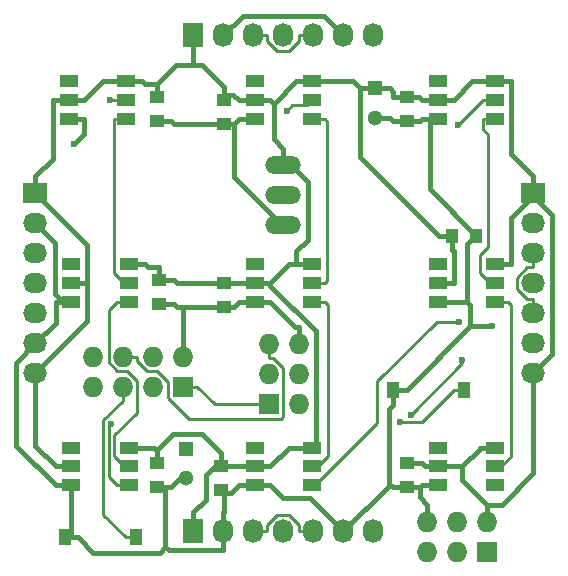
<source format=gtl>
G04 #@! TF.FileFunction,Copper,L1,Top,Signal*
%FSLAX46Y46*%
G04 Gerber Fmt 4.6, Leading zero omitted, Abs format (unit mm)*
G04 Created by KiCad (PCBNEW (2016-01-16 BZR 6488, Git a9216b9)-product) date 1/31/2016 10:30:37 PM*
%MOMM*%
G01*
G04 APERTURE LIST*
%ADD10C,0.100000*%
%ADD11R,1.727200X1.727200*%
%ADD12O,1.727200X1.727200*%
%ADD13R,1.300000X1.300000*%
%ADD14C,1.300000*%
%ADD15R,1.250000X1.000000*%
%ADD16R,1.000000X1.250000*%
%ADD17O,3.014980X1.506220*%
%ADD18R,1.500000X1.000000*%
%ADD19R,2.032000X1.727200*%
%ADD20O,2.032000X1.727200*%
%ADD21R,1.727200X2.032000*%
%ADD22O,1.727200X2.032000*%
%ADD23R,1.000000X1.400000*%
%ADD24C,0.600000*%
%ADD25C,0.400000*%
%ADD26C,0.250000*%
G04 APERTURE END LIST*
D10*
D11*
X131500000Y-108750000D03*
D12*
X131500000Y-106210000D03*
X128960000Y-108750000D03*
X128960000Y-106210000D03*
X126420000Y-108750000D03*
X126420000Y-106210000D03*
X123880000Y-108750000D03*
X123880000Y-106210000D03*
D13*
X131750000Y-114000000D03*
D14*
X131750000Y-116500000D03*
D15*
X129250000Y-86250000D03*
X129250000Y-84250000D03*
X129500000Y-101750000D03*
X129500000Y-99750000D03*
X129250000Y-117250000D03*
X129250000Y-115250000D03*
X135000000Y-86500000D03*
X135000000Y-84500000D03*
X135000000Y-102000000D03*
X135000000Y-100000000D03*
X134750000Y-117500000D03*
X134750000Y-115500000D03*
X150500000Y-86250000D03*
X150500000Y-84250000D03*
D16*
X156296000Y-95968800D03*
X154296000Y-95968800D03*
D15*
X150500000Y-117250000D03*
X150500000Y-115250000D03*
D13*
X147750000Y-83500000D03*
D14*
X147750000Y-86000000D03*
D11*
X138750000Y-110250000D03*
D12*
X141290000Y-110250000D03*
X138750000Y-107710000D03*
X141290000Y-107710000D03*
X138750000Y-105170000D03*
X141290000Y-105170000D03*
D11*
X157250000Y-122750000D03*
D12*
X157250000Y-120210000D03*
X154710000Y-122750000D03*
X154710000Y-120210000D03*
X152170000Y-122750000D03*
X152170000Y-120210000D03*
D17*
X140000000Y-95040000D03*
X140000000Y-92500000D03*
X140000000Y-89960000D03*
D18*
X126700000Y-84500000D03*
X126700000Y-86100000D03*
X126700000Y-82900000D03*
X121800000Y-82900000D03*
X121800000Y-84500000D03*
X121800000Y-86100000D03*
X126950000Y-100000000D03*
X126950000Y-101600000D03*
X126950000Y-98400000D03*
X122050000Y-98400000D03*
X122050000Y-100000000D03*
X122050000Y-101600000D03*
X126950000Y-115500000D03*
X126950000Y-117100000D03*
X126950000Y-113900000D03*
X122050000Y-113900000D03*
X122050000Y-115500000D03*
X122050000Y-117100000D03*
X142450000Y-84500000D03*
X142450000Y-86100000D03*
X142450000Y-82900000D03*
X137550000Y-82900000D03*
X137550000Y-84500000D03*
X137550000Y-86100000D03*
X142450000Y-100000000D03*
X142450000Y-101600000D03*
X142450000Y-98400000D03*
X137550000Y-98400000D03*
X137550000Y-100000000D03*
X137550000Y-101600000D03*
X142450000Y-115500000D03*
X142450000Y-117100000D03*
X142450000Y-113900000D03*
X137550000Y-113900000D03*
X137550000Y-115500000D03*
X137550000Y-117100000D03*
X157950000Y-84500000D03*
X157950000Y-86100000D03*
X157950000Y-82900000D03*
X153050000Y-82900000D03*
X153050000Y-84500000D03*
X153050000Y-86100000D03*
X157950000Y-100000000D03*
X157950000Y-101600000D03*
X157950000Y-98400000D03*
X153050000Y-98400000D03*
X153050000Y-100000000D03*
X153050000Y-101600000D03*
X157950000Y-115500000D03*
X157950000Y-117100000D03*
X157950000Y-113900000D03*
X153050000Y-113900000D03*
X153050000Y-115500000D03*
X153050000Y-117100000D03*
D19*
X161125000Y-92375000D03*
D20*
X161125000Y-94915000D03*
X161125000Y-97455000D03*
X161125000Y-99995000D03*
X161125000Y-102535000D03*
X161125000Y-105075000D03*
X161125000Y-107615000D03*
D21*
X132375000Y-79000000D03*
D22*
X134915000Y-79000000D03*
X137455000Y-79000000D03*
X139995000Y-79000000D03*
X142535000Y-79000000D03*
X145075000Y-79000000D03*
X147615000Y-79000000D03*
D21*
X132375000Y-121000000D03*
D22*
X134915000Y-121000000D03*
X137455000Y-121000000D03*
X139995000Y-121000000D03*
X142535000Y-121000000D03*
X145075000Y-121000000D03*
X147615000Y-121000000D03*
D19*
X119000000Y-92375000D03*
D20*
X119000000Y-94915000D03*
X119000000Y-97455000D03*
X119000000Y-99995000D03*
X119000000Y-102535000D03*
X119000000Y-105075000D03*
X119000000Y-107615000D03*
D23*
X149250000Y-109000000D03*
X155250000Y-109000000D03*
X121500000Y-121500000D03*
X127500000Y-121500000D03*
D24*
X157671200Y-103616000D03*
X122282500Y-88187500D03*
X155137300Y-106484400D03*
X150774000Y-111109100D03*
X149860600Y-111734400D03*
X125325000Y-84500000D03*
X125405300Y-111885600D03*
X140279400Y-85375100D03*
X154881900Y-103246100D03*
X154746800Y-86609200D03*
D25*
X137550000Y-86100000D02*
X136199700Y-86100000D01*
X137550000Y-101600000D02*
X136199700Y-101600000D01*
X153050000Y-117100000D02*
X151699700Y-117100000D01*
X137550000Y-101600000D02*
X138900300Y-101600000D01*
X141290000Y-105170000D02*
X141290000Y-103706100D01*
X151549700Y-118125800D02*
X151549700Y-117250000D01*
X152170000Y-118746100D02*
X151549700Y-118125800D01*
X150500000Y-117250000D02*
X151549700Y-117250000D01*
X151549700Y-117250000D02*
X151699700Y-117100000D01*
X152170000Y-120210000D02*
X152170000Y-118746100D01*
X122050000Y-101600000D02*
X121374900Y-101600000D01*
X121374900Y-101600000D02*
X120699700Y-101600000D01*
X120658100Y-96573100D02*
X119000000Y-94915000D01*
X120658100Y-100883200D02*
X120658100Y-96573100D01*
X121374900Y-101600000D02*
X120658100Y-100883200D01*
X137550000Y-117100000D02*
X138900300Y-117100000D01*
X141006400Y-103706100D02*
X141290000Y-103706100D01*
X138900300Y-101600000D02*
X141006400Y-103706100D01*
X149250000Y-109000000D02*
X149250000Y-110300300D01*
X142275300Y-118200300D02*
X145075000Y-121000000D01*
X140000600Y-118200300D02*
X142275300Y-118200300D01*
X138900300Y-117100000D02*
X140000600Y-118200300D01*
X150500000Y-117250000D02*
X149274700Y-117250000D01*
X149024700Y-86000000D02*
X149274700Y-86250000D01*
X147750000Y-86000000D02*
X149024700Y-86000000D01*
X153050000Y-101600000D02*
X154400300Y-101600000D01*
X135799700Y-102000000D02*
X135000000Y-102000000D01*
X136199700Y-101600000D02*
X135799700Y-102000000D01*
X129500000Y-101750000D02*
X130725300Y-101750000D01*
X136199700Y-86100000D02*
X135799700Y-86500000D01*
X135799700Y-90968400D02*
X135799700Y-86500000D01*
X139871300Y-95040000D02*
X135799700Y-90968400D01*
X140000000Y-95040000D02*
X139871300Y-95040000D01*
X135799700Y-86500000D02*
X135000000Y-86500000D01*
X130725300Y-86500000D02*
X130475300Y-86250000D01*
X135000000Y-86500000D02*
X130725300Y-86500000D01*
X129250000Y-86250000D02*
X130475300Y-86250000D01*
X131500000Y-106210000D02*
X131500000Y-104746100D01*
X131500000Y-102000000D02*
X131500000Y-104746100D01*
X135000000Y-102000000D02*
X131500000Y-102000000D01*
X130975300Y-102000000D02*
X130725300Y-101750000D01*
X131500000Y-102000000D02*
X130975300Y-102000000D01*
X120699700Y-103375300D02*
X119000000Y-105075000D01*
X120699700Y-101600000D02*
X120699700Y-103375300D01*
X134915000Y-120558300D02*
X134915000Y-119383700D01*
X134915000Y-120558300D02*
X134915000Y-121000000D01*
X137550000Y-117100000D02*
X136199700Y-117100000D01*
X135575900Y-117723800D02*
X136199700Y-117100000D01*
X134973800Y-117723800D02*
X135575900Y-117723800D01*
X134973800Y-119324900D02*
X134973800Y-117723800D01*
X134915000Y-119383700D02*
X134973800Y-119324900D01*
X134973800Y-117723800D02*
X134750000Y-117500000D01*
X136571700Y-77343300D02*
X134915000Y-79000000D01*
X143418300Y-77343300D02*
X136571700Y-77343300D01*
X145075000Y-79000000D02*
X143418300Y-77343300D01*
X134915000Y-121000000D02*
X134915000Y-122616300D01*
X131225300Y-116500000D02*
X130475300Y-117250000D01*
X131750000Y-116500000D02*
X131225300Y-116500000D01*
X129539700Y-122800400D02*
X130007500Y-122332600D01*
X123900700Y-122800400D02*
X129539700Y-122800400D01*
X122600300Y-121500000D02*
X123900700Y-122800400D01*
X130291200Y-122616300D02*
X134915000Y-122616300D01*
X130007500Y-122332600D02*
X130291200Y-122616300D01*
X130007500Y-122332600D02*
X130007500Y-117250000D01*
X129250000Y-117250000D02*
X130007500Y-117250000D01*
X130007500Y-117250000D02*
X130475300Y-117250000D01*
X148942200Y-110608100D02*
X149250000Y-110300300D01*
X148942200Y-117132800D02*
X148942200Y-110608100D01*
X145075000Y-121000000D02*
X148942200Y-117132800D01*
X149157500Y-117132800D02*
X149274700Y-117250000D01*
X148942200Y-117132800D02*
X149157500Y-117132800D01*
X154400300Y-101600000D02*
X155572100Y-101600000D01*
X121500000Y-121500000D02*
X122050200Y-121500000D01*
X122050200Y-121500000D02*
X122600300Y-121500000D01*
X149887400Y-86250000D02*
X149274700Y-86250000D01*
X149887400Y-86250000D02*
X150500000Y-86250000D01*
X151549700Y-86250000D02*
X151699700Y-86100000D01*
X150500000Y-86250000D02*
X151549700Y-86250000D01*
X149250000Y-109000000D02*
X150350300Y-109000000D01*
X155572100Y-96692700D02*
X156296000Y-95968800D01*
X155572100Y-101600000D02*
X155572100Y-96692700D01*
X155808300Y-101836200D02*
X155808300Y-103616000D01*
X155572100Y-101600000D02*
X155808300Y-101836200D01*
X150350300Y-108999900D02*
X150350300Y-109000000D01*
X150424400Y-108999900D02*
X150350300Y-108999900D01*
X155808300Y-103616000D02*
X150424400Y-108999900D01*
X155808300Y-103616000D02*
X157671200Y-103616000D01*
X122050000Y-121499800D02*
X122050000Y-117100000D01*
X122050200Y-121500000D02*
X122050000Y-121499800D01*
X117345600Y-106729400D02*
X119000000Y-105075000D01*
X117345600Y-113745900D02*
X117345600Y-106729400D01*
X120699700Y-117100000D02*
X117345600Y-113745900D01*
X122050000Y-117100000D02*
X120699700Y-117100000D01*
X123150300Y-87319700D02*
X123150300Y-86100000D01*
X122282500Y-88187500D02*
X123150300Y-87319700D01*
X121800000Y-86100000D02*
X123150300Y-86100000D01*
X153050000Y-86100000D02*
X152374900Y-86100000D01*
X152374900Y-86100000D02*
X151699700Y-86100000D01*
X152374900Y-92047700D02*
X156296000Y-95968800D01*
X152374900Y-86100000D02*
X152374900Y-92047700D01*
X153050000Y-84500000D02*
X154400300Y-84500000D01*
X120449700Y-89461400D02*
X119000000Y-90911100D01*
X120449700Y-84500000D02*
X120449700Y-89461400D01*
X119000000Y-92375000D02*
X119000000Y-90911100D01*
X137550000Y-84500000D02*
X138700200Y-84500000D01*
X145899700Y-82900000D02*
X146499700Y-83500000D01*
X142450000Y-82900000D02*
X145899700Y-82900000D01*
X149274700Y-83774400D02*
X149000300Y-83500000D01*
X149274700Y-84250000D02*
X149274700Y-83774400D01*
X147750000Y-83500000D02*
X149000300Y-83500000D01*
X149887400Y-84250000D02*
X149274700Y-84250000D01*
X132375000Y-79000000D02*
X132375000Y-80616300D01*
X135000000Y-84500000D02*
X135000000Y-84050000D01*
X135000000Y-84050000D02*
X135000000Y-83399700D01*
X135749700Y-84050000D02*
X136199700Y-84500000D01*
X135000000Y-84050000D02*
X135749700Y-84050000D01*
X137550000Y-84500000D02*
X136199700Y-84500000D01*
X137550000Y-115500000D02*
X138900300Y-115500000D01*
X142450000Y-82900000D02*
X141099700Y-82900000D01*
X154400300Y-97298400D02*
X154296000Y-97194100D01*
X154400300Y-100000000D02*
X154400300Y-97298400D01*
X153050000Y-100000000D02*
X154400300Y-100000000D01*
X154296000Y-95968800D02*
X154296000Y-97194100D01*
X121124900Y-84500000D02*
X120449700Y-84500000D01*
X139200000Y-87806600D02*
X140000000Y-88606600D01*
X139200000Y-84799700D02*
X139200000Y-87806600D01*
X138900300Y-84500000D02*
X139200000Y-84799700D01*
X138700200Y-84500000D02*
X138900300Y-84500000D01*
X139200000Y-84799700D02*
X141099700Y-82900000D01*
X149887400Y-84250000D02*
X150500000Y-84250000D01*
X151449700Y-84250000D02*
X151699700Y-84500000D01*
X150500000Y-84250000D02*
X151449700Y-84250000D01*
X153050000Y-84500000D02*
X151699700Y-84500000D01*
X122050000Y-100000000D02*
X123400300Y-100000000D01*
X130975300Y-100000000D02*
X130725300Y-99750000D01*
X135000000Y-100000000D02*
X130975300Y-100000000D01*
X129500000Y-99750000D02*
X130725300Y-99750000D01*
X128550000Y-98649700D02*
X129500000Y-98649700D01*
X128300300Y-98400000D02*
X128550000Y-98649700D01*
X126950000Y-98400000D02*
X128300300Y-98400000D01*
X129500000Y-99750000D02*
X129500000Y-98649700D01*
X135000000Y-100000000D02*
X137550000Y-100000000D01*
X147750000Y-83500000D02*
X146699800Y-83500000D01*
X146699800Y-83500000D02*
X146499700Y-83500000D01*
X146499700Y-89272800D02*
X153195700Y-95968800D01*
X146499700Y-83500000D02*
X146499700Y-89272800D01*
X154296000Y-95968800D02*
X153195700Y-95968800D01*
X157950000Y-98400000D02*
X159300300Y-98400000D01*
X161162600Y-92412600D02*
X161162600Y-92643700D01*
X161125000Y-92375000D02*
X161162600Y-92412600D01*
X159300300Y-94506000D02*
X159300300Y-98400000D01*
X161162600Y-92643700D02*
X159300300Y-94506000D01*
X137550000Y-115500000D02*
X134750000Y-115500000D01*
X126950000Y-113900000D02*
X128100200Y-113900000D01*
X129250000Y-115250000D02*
X129250000Y-114149700D01*
X129000300Y-113900000D02*
X129250000Y-114149700D01*
X128100200Y-113900000D02*
X129000300Y-113900000D01*
X130650100Y-112749600D02*
X129250000Y-114149700D01*
X133099900Y-112749600D02*
X130650100Y-112749600D01*
X134750000Y-114399700D02*
X133099900Y-112749600D01*
X134750000Y-115500000D02*
X134750000Y-114949800D01*
X134750000Y-114949800D02*
X134750000Y-114399700D01*
X133451000Y-118307700D02*
X132375000Y-119383700D01*
X133451000Y-116248800D02*
X133451000Y-118307700D01*
X134750000Y-114949800D02*
X133451000Y-116248800D01*
X132375000Y-121000000D02*
X132375000Y-119383700D01*
X140500300Y-113900000D02*
X142450000Y-113900000D01*
X138900300Y-115500000D02*
X140500300Y-113900000D01*
X138900300Y-100184600D02*
X138900300Y-100000000D01*
X142789800Y-104074100D02*
X138900300Y-100184600D01*
X142789800Y-113560200D02*
X142789800Y-104074100D01*
X142450000Y-113900000D02*
X142789800Y-113560200D01*
X137550000Y-100000000D02*
X138225200Y-100000000D01*
X138225200Y-100000000D02*
X138900300Y-100000000D01*
X140000000Y-89960000D02*
X140000000Y-89283300D01*
X140000000Y-89283300D02*
X140000000Y-88606600D01*
X141099700Y-97299700D02*
X141099700Y-98400000D01*
X142112400Y-96287000D02*
X141099700Y-97299700D01*
X142112400Y-91395700D02*
X142112400Y-96287000D01*
X140000000Y-89283300D02*
X142112400Y-91395700D01*
X142450000Y-98400000D02*
X141099700Y-98400000D01*
X140500300Y-98400000D02*
X141099700Y-98400000D01*
X138900300Y-100000000D02*
X140500300Y-98400000D01*
X157250000Y-120210000D02*
X157250000Y-118746100D01*
X162767400Y-105972600D02*
X161125000Y-107615000D01*
X162767400Y-94248500D02*
X162767400Y-105972600D01*
X161162600Y-92643700D02*
X162767400Y-94248500D01*
X158464900Y-118746100D02*
X157250000Y-118746100D01*
X161125000Y-116086000D02*
X158464900Y-118746100D01*
X161125000Y-107615000D02*
X161125000Y-116086000D01*
X156000300Y-82900000D02*
X157950000Y-82900000D01*
X154400300Y-84500000D02*
X156000300Y-82900000D01*
X159300300Y-89086400D02*
X161125000Y-90911100D01*
X159300300Y-82900000D02*
X159300300Y-89086400D01*
X157950000Y-82900000D02*
X159300300Y-82900000D01*
X161125000Y-92375000D02*
X161125000Y-90911100D01*
X119000000Y-113800300D02*
X120699700Y-115500000D01*
X119000000Y-107615000D02*
X119000000Y-113800300D01*
X122050000Y-115500000D02*
X120699700Y-115500000D01*
X123400300Y-96775300D02*
X123400300Y-100000000D01*
X119000000Y-92375000D02*
X123400300Y-96775300D01*
X123400300Y-103214700D02*
X119000000Y-107615000D01*
X123400300Y-100000000D02*
X123400300Y-103214700D01*
X121124900Y-84500000D02*
X121800000Y-84500000D01*
X121800000Y-84500000D02*
X123150300Y-84500000D01*
X124750300Y-82900000D02*
X126700000Y-82900000D01*
X123150300Y-84500000D02*
X124750300Y-82900000D01*
X128300000Y-83149700D02*
X129250000Y-83149700D01*
X128050300Y-82900000D02*
X128300000Y-83149700D01*
X126700000Y-82900000D02*
X128050300Y-82900000D01*
X129250000Y-84250000D02*
X129250000Y-83149700D01*
X132375000Y-81512800D02*
X132375000Y-80616300D01*
X133113100Y-81512800D02*
X132375000Y-81512800D01*
X135000000Y-83399700D02*
X133113100Y-81512800D01*
X130886900Y-81512800D02*
X129250000Y-83149700D01*
X132375000Y-81512800D02*
X130886900Y-81512800D01*
X151975300Y-115500000D02*
X151725300Y-115250000D01*
X153050000Y-115500000D02*
X151975300Y-115500000D01*
X150500000Y-115250000D02*
X151725300Y-115250000D01*
X153050000Y-115500000D02*
X154400300Y-115500000D01*
X155112700Y-115500000D02*
X154400300Y-115500000D01*
X156599700Y-114013000D02*
X155112700Y-115500000D01*
X156599700Y-113900000D02*
X156599700Y-114013000D01*
X155112700Y-116608800D02*
X157250000Y-118746100D01*
X155112700Y-115500000D02*
X155112700Y-116608800D01*
X157950000Y-113900000D02*
X156599700Y-113900000D01*
D26*
X155137300Y-106745800D02*
X150774000Y-111109100D01*
X155137300Y-106484400D02*
X155137300Y-106745800D01*
X134188900Y-110250000D02*
X132688900Y-108750000D01*
X138750000Y-110250000D02*
X134188900Y-110250000D01*
X131500000Y-108750000D02*
X132688900Y-108750000D01*
X127500000Y-121500000D02*
X126674700Y-121500000D01*
X126420000Y-108750000D02*
X126420000Y-109938900D01*
X124752300Y-119577600D02*
X126674700Y-121500000D01*
X124752300Y-111606600D02*
X124752300Y-119577600D01*
X126420000Y-109938900D02*
X124752300Y-111606600D01*
X127608900Y-106581600D02*
X127608900Y-106210000D01*
X128426200Y-107398900D02*
X127608900Y-106581600D01*
X129297200Y-107398900D02*
X128426200Y-107398900D01*
X130230000Y-108331700D02*
X129297200Y-107398900D01*
X130230000Y-109698600D02*
X130230000Y-108331700D01*
X132015800Y-111484400D02*
X130230000Y-109698600D01*
X139759100Y-111484400D02*
X132015800Y-111484400D01*
X139939000Y-111304500D02*
X139759100Y-111484400D01*
X139939000Y-107176400D02*
X139939000Y-111304500D01*
X139121500Y-106358900D02*
X139939000Y-107176400D01*
X138750000Y-106358900D02*
X139121500Y-106358900D01*
X138750000Y-105170000D02*
X138750000Y-106358900D01*
X126420000Y-106210000D02*
X127608900Y-106210000D01*
X138643900Y-79520100D02*
X138643900Y-79000000D01*
X139480400Y-80356600D02*
X138643900Y-79520100D01*
X140509600Y-80356600D02*
X139480400Y-80356600D01*
X141346100Y-79520100D02*
X140509600Y-80356600D01*
X141346100Y-79000000D02*
X141346100Y-79520100D01*
X142535000Y-79000000D02*
X141346100Y-79000000D01*
X137455000Y-79000000D02*
X138643900Y-79000000D01*
X141346100Y-120479900D02*
X141346100Y-121000000D01*
X140505600Y-119639400D02*
X141346100Y-120479900D01*
X139484400Y-119639400D02*
X140505600Y-119639400D01*
X138643900Y-120479900D02*
X139484400Y-119639400D01*
X138643900Y-121000000D02*
X138643900Y-120479900D01*
X137455000Y-121000000D02*
X138643900Y-121000000D01*
X142535000Y-121000000D02*
X141346100Y-121000000D01*
X160606800Y-98643900D02*
X161125000Y-98643900D01*
X159745000Y-99505700D02*
X160606800Y-98643900D01*
X159745000Y-100486200D02*
X159745000Y-99505700D01*
X160604900Y-101346100D02*
X159745000Y-100486200D01*
X161125000Y-101346100D02*
X160604900Y-101346100D01*
X161125000Y-102535000D02*
X161125000Y-101346100D01*
X161125000Y-97455000D02*
X161125000Y-98643900D01*
X155250000Y-109000000D02*
X154424700Y-109000000D01*
X151690300Y-111734400D02*
X149860600Y-111734400D01*
X154424700Y-109000000D02*
X151690300Y-111734400D01*
X126700000Y-84500000D02*
X125325000Y-84500000D01*
X125624700Y-99094400D02*
X125624700Y-86100000D01*
X126502200Y-99971900D02*
X125624700Y-99094400D01*
X126922000Y-99971900D02*
X126502200Y-99971900D01*
X126922000Y-99971900D02*
X126950000Y-100000000D01*
X126700000Y-86100000D02*
X125624700Y-86100000D01*
X126767000Y-115683000D02*
X126812800Y-115637200D01*
X126812800Y-115637200D02*
X126950000Y-115500000D01*
X125202900Y-102271800D02*
X125874700Y-101600000D01*
X125202900Y-106696200D02*
X125202900Y-102271800D01*
X125905700Y-107399000D02*
X125202900Y-106696200D01*
X126772300Y-107399000D02*
X125905700Y-107399000D01*
X127609000Y-108235700D02*
X126772300Y-107399000D01*
X127609000Y-110940200D02*
X127609000Y-108235700D01*
X125674600Y-112874600D02*
X127609000Y-110940200D01*
X125674600Y-114633900D02*
X125674600Y-112874600D01*
X126677900Y-115637200D02*
X125674600Y-114633900D01*
X126812800Y-115637200D02*
X126677900Y-115637200D01*
X126950000Y-101600000D02*
X125874700Y-101600000D01*
X142033000Y-84917300D02*
X142450000Y-84500000D01*
X126950000Y-117100000D02*
X125874700Y-117100000D01*
X125202700Y-112088200D02*
X125405300Y-111885600D01*
X125202700Y-116428000D02*
X125202700Y-112088200D01*
X125874700Y-117100000D02*
X125202700Y-116428000D01*
X140737200Y-84917300D02*
X140279400Y-85375100D01*
X142033000Y-84917300D02*
X140737200Y-84917300D01*
X143726700Y-86301400D02*
X143525300Y-86100000D01*
X143726700Y-99798600D02*
X143726700Y-86301400D01*
X143525300Y-100000000D02*
X143726700Y-99798600D01*
X142450000Y-100000000D02*
X143525300Y-100000000D01*
X142450000Y-86100000D02*
X143525300Y-86100000D01*
X142230000Y-115720000D02*
X142350000Y-115600000D01*
X142350000Y-115600000D02*
X142450000Y-115500000D01*
X143741900Y-101816600D02*
X143525300Y-101600000D01*
X143741900Y-114637900D02*
X143741900Y-101816600D01*
X142779800Y-115600000D02*
X143741900Y-114637900D01*
X142350000Y-115600000D02*
X142779800Y-115600000D01*
X142450000Y-101600000D02*
X143525300Y-101600000D01*
X142450000Y-117100000D02*
X142700000Y-117100000D01*
X157950000Y-84500000D02*
X156874700Y-84500000D01*
X154765500Y-86609200D02*
X154746800Y-86609200D01*
X156874700Y-84500000D02*
X154765500Y-86609200D01*
X152969400Y-103246100D02*
X154881900Y-103246100D01*
X147947300Y-108268200D02*
X152969400Y-103246100D01*
X147947300Y-111852700D02*
X147947300Y-108268200D01*
X142700000Y-117100000D02*
X147947300Y-111852700D01*
X157673000Y-100277000D02*
X157811500Y-100138500D01*
X157811500Y-100138500D02*
X157950000Y-100000000D01*
X156874700Y-86925300D02*
X156874700Y-86100000D01*
X157345200Y-87395800D02*
X156874700Y-86925300D01*
X157345200Y-96914800D02*
X157345200Y-87395800D01*
X156674600Y-97585400D02*
X157345200Y-96914800D01*
X156674600Y-99143800D02*
X156674600Y-97585400D01*
X157669300Y-100138500D02*
X156674600Y-99143800D01*
X157811500Y-100138500D02*
X157669300Y-100138500D01*
X157950000Y-86100000D02*
X156874700Y-86100000D01*
X158375000Y-115075000D02*
X158162500Y-115287500D01*
X158162500Y-115287500D02*
X157950000Y-115500000D01*
X159225400Y-101800100D02*
X159025300Y-101600000D01*
X159225400Y-114677500D02*
X159225400Y-101800100D01*
X158615400Y-115287500D02*
X159225400Y-114677500D01*
X158162500Y-115287500D02*
X158615400Y-115287500D01*
X157950000Y-101600000D02*
X159025300Y-101600000D01*
M02*

</source>
